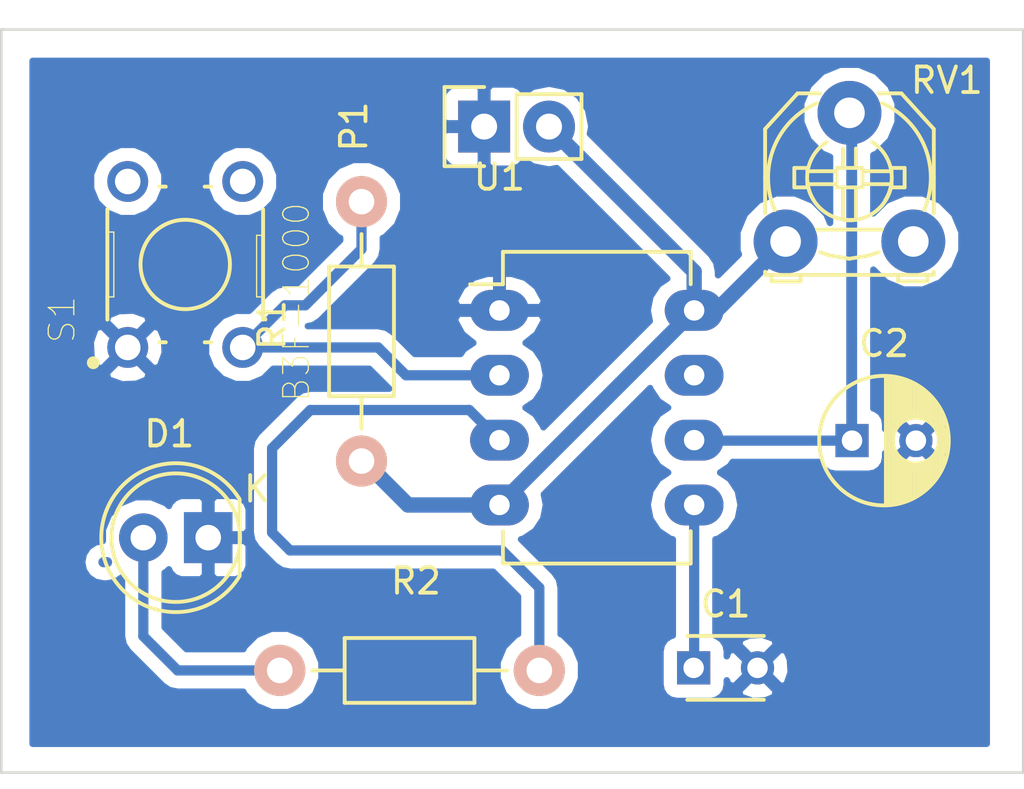
<source format=kicad_pcb>
(kicad_pcb (version 4) (host pcbnew 4.0.5+dfsg1-4)

  (general
    (links 17)
    (no_connects 1)
    (area 124.249999 78.366666 171.816667 109.585)
    (thickness 1.6)
    (drawings 5)
    (tracks 39)
    (zones 0)
    (modules 10)
    (nets 11)
  )

  (page A4)
  (layers
    (0 F.Cu signal)
    (31 B.Cu signal)
    (32 B.Adhes user)
    (33 F.Adhes user)
    (34 B.Paste user)
    (35 F.Paste user)
    (36 B.SilkS user)
    (37 F.SilkS user)
    (38 B.Mask user)
    (39 F.Mask user)
    (40 Dwgs.User user)
    (41 Cmts.User user)
    (42 Eco1.User user)
    (43 Eco2.User user)
    (44 Edge.Cuts user)
    (45 Margin user)
    (46 B.CrtYd user)
    (47 F.CrtYd user)
    (48 B.Fab user)
    (49 F.Fab user)
  )

  (setup
    (last_trace_width 0.4)
    (trace_clearance 0.2)
    (zone_clearance 0.508)
    (zone_45_only no)
    (trace_min 0.2)
    (segment_width 0.2)
    (edge_width 0.1)
    (via_size 0.6)
    (via_drill 0.4)
    (via_min_size 0.4)
    (via_min_drill 0.3)
    (uvia_size 0.3)
    (uvia_drill 0.1)
    (uvias_allowed no)
    (uvia_min_size 0.2)
    (uvia_min_drill 0.1)
    (pcb_text_width 0.3)
    (pcb_text_size 1.5 1.5)
    (mod_edge_width 0.15)
    (mod_text_size 1 1)
    (mod_text_width 0.15)
    (pad_size 1.5 1.5)
    (pad_drill 0.6)
    (pad_to_mask_clearance 0)
    (aux_axis_origin 0 0)
    (visible_elements FFFEFF7F)
    (pcbplotparams
      (layerselection 0x01030_80000001)
      (usegerberextensions false)
      (excludeedgelayer true)
      (linewidth 0.100000)
      (plotframeref false)
      (viasonmask false)
      (mode 1)
      (useauxorigin false)
      (hpglpennumber 1)
      (hpglpenspeed 20)
      (hpglpendiameter 15)
      (hpglpenoverlay 2)
      (psnegative false)
      (psa4output false)
      (plotreference true)
      (plotvalue false)
      (plotinvisibletext false)
      (padsonsilk false)
      (subtractmaskfromsilk false)
      (outputformat 1)
      (mirror false)
      (drillshape 0)
      (scaleselection 1)
      (outputdirectory gerber/))
  )

  (net 0 "")
  (net 1 "Net-(C1-Pad1)")
  (net 2 GND)
  (net 3 "Net-(C2-Pad1)")
  (net 4 "Net-(D1-Pad2)")
  (net 5 VCC)
  (net 6 "Net-(R1-Pad2)")
  (net 7 "Net-(R2-Pad2)")
  (net 8 "Net-(RV1-Pad3)")
  (net 9 "Net-(S1-Pad2)")
  (net 10 "Net-(S1-Pad4)")

  (net_class Default "This is the default net class."
    (clearance 0.2)
    (trace_width 0.4)
    (via_dia 0.6)
    (via_drill 0.4)
    (uvia_dia 0.3)
    (uvia_drill 0.1)
    (add_net "Net-(C1-Pad1)")
    (add_net "Net-(C2-Pad1)")
    (add_net "Net-(D1-Pad2)")
    (add_net "Net-(R1-Pad2)")
    (add_net "Net-(R2-Pad2)")
    (add_net "Net-(RV1-Pad3)")
    (add_net "Net-(S1-Pad2)")
    (add_net "Net-(S1-Pad4)")
  )

  (net_class power ""
    (clearance 0.2)
    (trace_width 0.6)
    (via_dia 0.6)
    (via_drill 0.4)
    (uvia_dia 0.3)
    (uvia_drill 0.1)
    (add_net GND)
    (add_net VCC)
  )

  (module Capacitors_THT:C_Disc_D3_P2.5 (layer F.Cu) (tedit 0) (tstamp 5B68A5D4)
    (at 151.4 104.6)
    (descr "Capacitor 3mm Disc, Pitch 2.5mm")
    (tags Capacitor)
    (path /5B66E082)
    (fp_text reference C1 (at 1.25 -2.5) (layer F.SilkS)
      (effects (font (size 1 1) (thickness 0.15)))
    )
    (fp_text value C (at 1.25 2.5) (layer F.Fab)
      (effects (font (size 1 1) (thickness 0.15)))
    )
    (fp_line (start -0.9 -1.5) (end 3.4 -1.5) (layer F.CrtYd) (width 0.05))
    (fp_line (start 3.4 -1.5) (end 3.4 1.5) (layer F.CrtYd) (width 0.05))
    (fp_line (start 3.4 1.5) (end -0.9 1.5) (layer F.CrtYd) (width 0.05))
    (fp_line (start -0.9 1.5) (end -0.9 -1.5) (layer F.CrtYd) (width 0.05))
    (fp_line (start -0.25 -1.25) (end 2.75 -1.25) (layer F.SilkS) (width 0.15))
    (fp_line (start 2.75 1.25) (end -0.25 1.25) (layer F.SilkS) (width 0.15))
    (pad 1 thru_hole rect (at 0 0) (size 1.3 1.3) (drill 0.8) (layers *.Cu *.Mask)
      (net 1 "Net-(C1-Pad1)"))
    (pad 2 thru_hole circle (at 2.5 0) (size 1.3 1.3) (drill 0.8001) (layers *.Cu *.Mask)
      (net 2 GND))
    (model Capacitors_ThroughHole.3dshapes/C_Disc_D3_P2.5.wrl
      (at (xyz 0.0492126 0 0))
      (scale (xyz 1 1 1))
      (rotate (xyz 0 0 0))
    )
  )

  (module Capacitors_THT:C_Radial_D5_L6_P2.5 (layer F.Cu) (tedit 0) (tstamp 5B68A5DA)
    (at 157.6 95.7)
    (descr "Radial Electrolytic Capacitor Diameter 5mm x Length 6mm, Pitch 2.5mm")
    (tags "Electrolytic Capacitor")
    (path /5B66E192)
    (fp_text reference C2 (at 1.25 -3.8) (layer F.SilkS)
      (effects (font (size 1 1) (thickness 0.15)))
    )
    (fp_text value CP (at 1.25 3.8) (layer F.Fab)
      (effects (font (size 1 1) (thickness 0.15)))
    )
    (fp_line (start 1.325 -2.499) (end 1.325 2.499) (layer F.SilkS) (width 0.15))
    (fp_line (start 1.465 -2.491) (end 1.465 2.491) (layer F.SilkS) (width 0.15))
    (fp_line (start 1.605 -2.475) (end 1.605 -0.095) (layer F.SilkS) (width 0.15))
    (fp_line (start 1.605 0.095) (end 1.605 2.475) (layer F.SilkS) (width 0.15))
    (fp_line (start 1.745 -2.451) (end 1.745 -0.49) (layer F.SilkS) (width 0.15))
    (fp_line (start 1.745 0.49) (end 1.745 2.451) (layer F.SilkS) (width 0.15))
    (fp_line (start 1.885 -2.418) (end 1.885 -0.657) (layer F.SilkS) (width 0.15))
    (fp_line (start 1.885 0.657) (end 1.885 2.418) (layer F.SilkS) (width 0.15))
    (fp_line (start 2.025 -2.377) (end 2.025 -0.764) (layer F.SilkS) (width 0.15))
    (fp_line (start 2.025 0.764) (end 2.025 2.377) (layer F.SilkS) (width 0.15))
    (fp_line (start 2.165 -2.327) (end 2.165 -0.835) (layer F.SilkS) (width 0.15))
    (fp_line (start 2.165 0.835) (end 2.165 2.327) (layer F.SilkS) (width 0.15))
    (fp_line (start 2.305 -2.266) (end 2.305 -0.879) (layer F.SilkS) (width 0.15))
    (fp_line (start 2.305 0.879) (end 2.305 2.266) (layer F.SilkS) (width 0.15))
    (fp_line (start 2.445 -2.196) (end 2.445 -0.898) (layer F.SilkS) (width 0.15))
    (fp_line (start 2.445 0.898) (end 2.445 2.196) (layer F.SilkS) (width 0.15))
    (fp_line (start 2.585 -2.114) (end 2.585 -0.896) (layer F.SilkS) (width 0.15))
    (fp_line (start 2.585 0.896) (end 2.585 2.114) (layer F.SilkS) (width 0.15))
    (fp_line (start 2.725 -2.019) (end 2.725 -0.871) (layer F.SilkS) (width 0.15))
    (fp_line (start 2.725 0.871) (end 2.725 2.019) (layer F.SilkS) (width 0.15))
    (fp_line (start 2.865 -1.908) (end 2.865 -0.823) (layer F.SilkS) (width 0.15))
    (fp_line (start 2.865 0.823) (end 2.865 1.908) (layer F.SilkS) (width 0.15))
    (fp_line (start 3.005 -1.78) (end 3.005 -0.745) (layer F.SilkS) (width 0.15))
    (fp_line (start 3.005 0.745) (end 3.005 1.78) (layer F.SilkS) (width 0.15))
    (fp_line (start 3.145 -1.631) (end 3.145 -0.628) (layer F.SilkS) (width 0.15))
    (fp_line (start 3.145 0.628) (end 3.145 1.631) (layer F.SilkS) (width 0.15))
    (fp_line (start 3.285 -1.452) (end 3.285 -0.44) (layer F.SilkS) (width 0.15))
    (fp_line (start 3.285 0.44) (end 3.285 1.452) (layer F.SilkS) (width 0.15))
    (fp_line (start 3.425 -1.233) (end 3.425 1.233) (layer F.SilkS) (width 0.15))
    (fp_line (start 3.565 -0.944) (end 3.565 0.944) (layer F.SilkS) (width 0.15))
    (fp_line (start 3.705 -0.472) (end 3.705 0.472) (layer F.SilkS) (width 0.15))
    (fp_circle (center 2.5 0) (end 2.5 -0.9) (layer F.SilkS) (width 0.15))
    (fp_circle (center 1.25 0) (end 1.25 -2.5375) (layer F.SilkS) (width 0.15))
    (fp_circle (center 1.25 0) (end 1.25 -2.8) (layer F.CrtYd) (width 0.05))
    (pad 1 thru_hole rect (at 0 0) (size 1.3 1.3) (drill 0.8) (layers *.Cu *.Mask)
      (net 3 "Net-(C2-Pad1)"))
    (pad 2 thru_hole circle (at 2.5 0) (size 1.3 1.3) (drill 0.8) (layers *.Cu *.Mask)
      (net 2 GND))
    (model Capacitors_ThroughHole.3dshapes/C_Radial_D5_L6_P2.5.wrl
      (at (xyz 0.0492126 0 0))
      (scale (xyz 1 1 1))
      (rotate (xyz 0 0 90))
    )
  )

  (module LEDs:LED-5MM (layer F.Cu) (tedit 5570F7EA) (tstamp 5B68A5E0)
    (at 132.4 99.5 180)
    (descr "LED 5mm round vertical")
    (tags "LED 5mm round vertical")
    (path /5B66E96A)
    (fp_text reference D1 (at 1.524 4.064 180) (layer F.SilkS)
      (effects (font (size 1 1) (thickness 0.15)))
    )
    (fp_text value LED (at 1.524 -3.937 180) (layer F.Fab)
      (effects (font (size 1 1) (thickness 0.15)))
    )
    (fp_line (start -1.5 -1.55) (end -1.5 1.55) (layer F.CrtYd) (width 0.05))
    (fp_arc (start 1.3 0) (end -1.5 1.55) (angle -302) (layer F.CrtYd) (width 0.05))
    (fp_arc (start 1.27 0) (end -1.23 -1.5) (angle 297.5) (layer F.SilkS) (width 0.15))
    (fp_line (start -1.23 1.5) (end -1.23 -1.5) (layer F.SilkS) (width 0.15))
    (fp_circle (center 1.27 0) (end 0.97 -2.5) (layer F.SilkS) (width 0.15))
    (fp_text user K (at -1.905 1.905 180) (layer F.SilkS)
      (effects (font (size 1 1) (thickness 0.15)))
    )
    (pad 1 thru_hole rect (at 0 0 270) (size 2 1.9) (drill 1.00076) (layers *.Cu *.Mask)
      (net 2 GND))
    (pad 2 thru_hole circle (at 2.54 0 180) (size 1.9 1.9) (drill 1.00076) (layers *.Cu *.Mask)
      (net 4 "Net-(D1-Pad2)"))
    (model LEDs.3dshapes/LED-5MM.wrl
      (at (xyz 0.05 0 0))
      (scale (xyz 1 1 1))
      (rotate (xyz 0 0 90))
    )
  )

  (module Pin_Headers:Pin_Header_Straight_1x02 (layer F.Cu) (tedit 54EA090C) (tstamp 5B68A5E6)
    (at 143.2 83.4 90)
    (descr "Through hole pin header")
    (tags "pin header")
    (path /5B689759)
    (fp_text reference P1 (at 0 -5.1 90) (layer F.SilkS)
      (effects (font (size 1 1) (thickness 0.15)))
    )
    (fp_text value CONN_01X02 (at 0 -3.1 90) (layer F.Fab)
      (effects (font (size 1 1) (thickness 0.15)))
    )
    (fp_line (start 1.27 1.27) (end 1.27 3.81) (layer F.SilkS) (width 0.15))
    (fp_line (start 1.55 -1.55) (end 1.55 0) (layer F.SilkS) (width 0.15))
    (fp_line (start -1.75 -1.75) (end -1.75 4.3) (layer F.CrtYd) (width 0.05))
    (fp_line (start 1.75 -1.75) (end 1.75 4.3) (layer F.CrtYd) (width 0.05))
    (fp_line (start -1.75 -1.75) (end 1.75 -1.75) (layer F.CrtYd) (width 0.05))
    (fp_line (start -1.75 4.3) (end 1.75 4.3) (layer F.CrtYd) (width 0.05))
    (fp_line (start 1.27 1.27) (end -1.27 1.27) (layer F.SilkS) (width 0.15))
    (fp_line (start -1.55 0) (end -1.55 -1.55) (layer F.SilkS) (width 0.15))
    (fp_line (start -1.55 -1.55) (end 1.55 -1.55) (layer F.SilkS) (width 0.15))
    (fp_line (start -1.27 1.27) (end -1.27 3.81) (layer F.SilkS) (width 0.15))
    (fp_line (start -1.27 3.81) (end 1.27 3.81) (layer F.SilkS) (width 0.15))
    (pad 1 thru_hole rect (at 0 0 90) (size 2.032 2.032) (drill 1.016) (layers *.Cu *.Mask)
      (net 2 GND))
    (pad 2 thru_hole oval (at 0 2.54 90) (size 2.032 2.032) (drill 1.016) (layers *.Cu *.Mask)
      (net 5 VCC))
    (model Pin_Headers.3dshapes/Pin_Header_Straight_1x02.wrl
      (at (xyz 0 -0.05 0))
      (scale (xyz 1 1 1))
      (rotate (xyz 0 0 90))
    )
  )

  (module Resistors_THT:Resistor_Horizontal_RM10mm (layer F.Cu) (tedit 56648415) (tstamp 5B68A5EC)
    (at 138.4 96.5 90)
    (descr "Resistor, Axial,  RM 10mm, 1/3W")
    (tags "Resistor Axial RM 10mm 1/3W")
    (path /5B66E1DE)
    (fp_text reference R1 (at 5.32892 -3.50012 90) (layer F.SilkS)
      (effects (font (size 1 1) (thickness 0.15)))
    )
    (fp_text value R (at 5.08 3.81 90) (layer F.Fab)
      (effects (font (size 1 1) (thickness 0.15)))
    )
    (fp_line (start -1.25 -1.5) (end 11.4 -1.5) (layer F.CrtYd) (width 0.05))
    (fp_line (start -1.25 1.5) (end -1.25 -1.5) (layer F.CrtYd) (width 0.05))
    (fp_line (start 11.4 -1.5) (end 11.4 1.5) (layer F.CrtYd) (width 0.05))
    (fp_line (start -1.25 1.5) (end 11.4 1.5) (layer F.CrtYd) (width 0.05))
    (fp_line (start 2.54 -1.27) (end 7.62 -1.27) (layer F.SilkS) (width 0.15))
    (fp_line (start 7.62 -1.27) (end 7.62 1.27) (layer F.SilkS) (width 0.15))
    (fp_line (start 7.62 1.27) (end 2.54 1.27) (layer F.SilkS) (width 0.15))
    (fp_line (start 2.54 1.27) (end 2.54 -1.27) (layer F.SilkS) (width 0.15))
    (fp_line (start 2.54 0) (end 1.27 0) (layer F.SilkS) (width 0.15))
    (fp_line (start 7.62 0) (end 8.89 0) (layer F.SilkS) (width 0.15))
    (pad 1 thru_hole circle (at 0 0 90) (size 1.99898 1.99898) (drill 1.00076) (layers *.Cu *.SilkS *.Mask)
      (net 5 VCC))
    (pad 2 thru_hole circle (at 10.16 0 90) (size 1.99898 1.99898) (drill 1.00076) (layers *.Cu *.SilkS *.Mask)
      (net 6 "Net-(R1-Pad2)"))
    (model Resistors_ThroughHole.3dshapes/Resistor_Horizontal_RM10mm.wrl
      (at (xyz 0.2 0 0))
      (scale (xyz 0.4 0.4 0.4))
      (rotate (xyz 0 0 0))
    )
  )

  (module Resistors_THT:Resistor_Horizontal_RM10mm (layer F.Cu) (tedit 56648415) (tstamp 5B68A5F2)
    (at 135.2 104.7)
    (descr "Resistor, Axial,  RM 10mm, 1/3W")
    (tags "Resistor Axial RM 10mm 1/3W")
    (path /5B66E25B)
    (fp_text reference R2 (at 5.32892 -3.50012) (layer F.SilkS)
      (effects (font (size 1 1) (thickness 0.15)))
    )
    (fp_text value R (at 5.08 3.81) (layer F.Fab)
      (effects (font (size 1 1) (thickness 0.15)))
    )
    (fp_line (start -1.25 -1.5) (end 11.4 -1.5) (layer F.CrtYd) (width 0.05))
    (fp_line (start -1.25 1.5) (end -1.25 -1.5) (layer F.CrtYd) (width 0.05))
    (fp_line (start 11.4 -1.5) (end 11.4 1.5) (layer F.CrtYd) (width 0.05))
    (fp_line (start -1.25 1.5) (end 11.4 1.5) (layer F.CrtYd) (width 0.05))
    (fp_line (start 2.54 -1.27) (end 7.62 -1.27) (layer F.SilkS) (width 0.15))
    (fp_line (start 7.62 -1.27) (end 7.62 1.27) (layer F.SilkS) (width 0.15))
    (fp_line (start 7.62 1.27) (end 2.54 1.27) (layer F.SilkS) (width 0.15))
    (fp_line (start 2.54 1.27) (end 2.54 -1.27) (layer F.SilkS) (width 0.15))
    (fp_line (start 2.54 0) (end 1.27 0) (layer F.SilkS) (width 0.15))
    (fp_line (start 7.62 0) (end 8.89 0) (layer F.SilkS) (width 0.15))
    (pad 1 thru_hole circle (at 0 0) (size 1.99898 1.99898) (drill 1.00076) (layers *.Cu *.SilkS *.Mask)
      (net 4 "Net-(D1-Pad2)"))
    (pad 2 thru_hole circle (at 10.16 0) (size 1.99898 1.99898) (drill 1.00076) (layers *.Cu *.SilkS *.Mask)
      (net 7 "Net-(R2-Pad2)"))
    (model Resistors_ThroughHole.3dshapes/Resistor_Horizontal_RM10mm.wrl
      (at (xyz 0.2 0 0))
      (scale (xyz 0.4 0.4 0.4))
      (rotate (xyz 0 0 0))
    )
  )

  (module Potentiometers:Potentiometer_Triwood_RM-065 (layer F.Cu) (tedit 53FABC1B) (tstamp 5B68A5F9)
    (at 155 87.9)
    (descr "Potentiometer, Trimmer, RM-065")
    (tags "Potentiometer, Trimmer, RM-065")
    (path /5B66E287)
    (fp_text reference RV1 (at 6.30936 -6.30936) (layer F.SilkS)
      (effects (font (size 1 1) (thickness 0.15)))
    )
    (fp_text value POT (at 2.49936 2.58064) (layer F.Fab)
      (effects (font (size 1 1) (thickness 0.15)))
    )
    (fp_line (start 2.24536 -2.88036) (end 2.24536 -3.64236) (layer F.SilkS) (width 0.15))
    (fp_line (start 2.75336 -2.88036) (end 2.75336 -3.64236) (layer F.SilkS) (width 0.15))
    (fp_arc (start 2.49936 -2.49936) (end 4.15036 -2.24536) (angle 90) (layer F.SilkS) (width 0.15))
    (fp_arc (start 2.49936 -2.49936) (end 2.62636 -0.84836) (angle 90) (layer F.SilkS) (width 0.15))
    (fp_arc (start 2.49936 -2.49936) (end 3.38836 -3.89636) (angle 90) (layer F.SilkS) (width 0.15))
    (fp_arc (start 2.49936 -2.49936) (end 1.10236 -1.61036) (angle 90) (layer F.SilkS) (width 0.15))
    (fp_line (start -0.80264 1.31064) (end -0.80264 1.18364) (layer F.SilkS) (width 0.15))
    (fp_line (start -0.80264 -2.49936) (end -0.80264 -1.10236) (layer F.SilkS) (width 0.15))
    (fp_line (start 5.80136 1.31064) (end 5.80136 1.18364) (layer F.SilkS) (width 0.15))
    (fp_line (start 5.80136 -2.49936) (end 5.80136 -1.10236) (layer F.SilkS) (width 0.15))
    (fp_line (start 1.35636 0.42164) (end 1.73736 0.54864) (layer F.SilkS) (width 0.15))
    (fp_line (start 1.73736 0.54864) (end 2.49936 0.67564) (layer F.SilkS) (width 0.15))
    (fp_line (start 2.49936 0.67564) (end 3.26136 0.54864) (layer F.SilkS) (width 0.15))
    (fp_line (start 3.26136 0.54864) (end 3.64236 0.42164) (layer F.SilkS) (width 0.15))
    (fp_line (start 1.22936 -0.46736) (end 3.76936 -0.46736) (layer F.SilkS) (width 0.15))
    (fp_arc (start 2.49936 -2.49936) (end 3.76936 -5.42036) (angle 90) (layer F.SilkS) (width 0.15))
    (fp_arc (start 2.49936 -2.49936) (end -0.42164 -1.22936) (angle 90) (layer F.SilkS) (width 0.15))
    (fp_line (start 4.53136 -5.80136) (end 3.64236 -5.80136) (layer F.SilkS) (width 0.15))
    (fp_line (start 1.35636 -5.80136) (end 0.46736 -5.80136) (layer F.SilkS) (width 0.15))
    (fp_line (start 4.15036 -2.88036) (end 4.65836 -2.88036) (layer F.SilkS) (width 0.15))
    (fp_line (start 4.65836 -2.88036) (end 4.65836 -2.11836) (layer F.SilkS) (width 0.15))
    (fp_line (start 4.65836 -2.11836) (end 4.15036 -2.11836) (layer F.SilkS) (width 0.15))
    (fp_line (start 0.84836 -2.88036) (end 0.34036 -2.88036) (layer F.SilkS) (width 0.15))
    (fp_line (start 0.34036 -2.88036) (end 0.34036 -2.11836) (layer F.SilkS) (width 0.15))
    (fp_line (start 0.34036 -2.11836) (end 0.84836 -2.11836) (layer F.SilkS) (width 0.15))
    (fp_line (start 3.00736 -2.24536) (end 4.15036 -2.24536) (layer F.SilkS) (width 0.15))
    (fp_line (start 3.00736 -2.75336) (end 4.15036 -2.75336) (layer F.SilkS) (width 0.15))
    (fp_line (start 1.99136 -2.24536) (end 0.84836 -2.24536) (layer F.SilkS) (width 0.15))
    (fp_line (start 1.99136 -2.75336) (end 0.84836 -2.75336) (layer F.SilkS) (width 0.15))
    (fp_line (start 2.75336 -2.11836) (end 2.75336 -0.84836) (layer F.SilkS) (width 0.15))
    (fp_line (start 2.24536 -2.11836) (end 2.24536 -0.84836) (layer F.SilkS) (width 0.15))
    (fp_line (start 1.99136 -2.88036) (end 1.99136 -2.11836) (layer F.SilkS) (width 0.15))
    (fp_line (start 1.99136 -2.11836) (end 3.00736 -2.11836) (layer F.SilkS) (width 0.15))
    (fp_line (start 3.00736 -2.11836) (end 3.00736 -2.88036) (layer F.SilkS) (width 0.15))
    (fp_line (start 3.00736 -2.88036) (end 1.99136 -2.88036) (layer F.SilkS) (width 0.15))
    (fp_line (start 0.46736 -5.80136) (end -0.80264 -4.40436) (layer F.SilkS) (width 0.15))
    (fp_line (start -0.80264 -4.40436) (end -0.80264 -2.49936) (layer F.SilkS) (width 0.15))
    (fp_line (start 4.53136 -5.80136) (end 5.80136 -4.40436) (layer F.SilkS) (width 0.15))
    (fp_line (start 5.80136 -4.40436) (end 5.80136 -2.49936) (layer F.SilkS) (width 0.15))
    (fp_line (start 5.54736 1.31064) (end 5.54736 1.56464) (layer F.SilkS) (width 0.15))
    (fp_line (start 5.54736 1.56464) (end 4.40436 1.56464) (layer F.SilkS) (width 0.15))
    (fp_line (start 4.40436 1.56464) (end 4.40436 1.31064) (layer F.SilkS) (width 0.15))
    (fp_line (start -0.54864 1.31064) (end -0.54864 1.56464) (layer F.SilkS) (width 0.15))
    (fp_line (start -0.54864 1.56464) (end 0.59436 1.56464) (layer F.SilkS) (width 0.15))
    (fp_line (start 0.59436 1.56464) (end 0.59436 1.31064) (layer F.SilkS) (width 0.15))
    (fp_line (start -0.80264 1.31064) (end 5.80136 1.31064) (layer F.SilkS) (width 0.15))
    (pad 2 thru_hole circle (at 2.49936 -5.03936) (size 2.49936 2.49936) (drill 1.19888) (layers *.Cu *.Mask)
      (net 3 "Net-(C2-Pad1)"))
    (pad 3 thru_hole circle (at 4.99872 0) (size 2.49936 2.49936) (drill 1.19888) (layers *.Cu *.Mask)
      (net 8 "Net-(RV1-Pad3)"))
    (pad 1 thru_hole circle (at 0 0) (size 2.49936 2.49936) (drill 1.19888) (layers *.Cu *.Mask)
      (net 5 VCC))
    (model Potentiometers.3dshapes/Potentiometer_Triwood_RM-065.wrl
      (at (xyz 0 0 0))
      (scale (xyz 4 4 4))
      (rotate (xyz 0 0 0))
    )
  )

  (module B3F-1000:SW_B3F-1000 (layer F.Cu) (tedit 0) (tstamp 5B68A601)
    (at 131.5 88.8 90)
    (path /5B66F6A9)
    (fp_text reference S1 (at -2.16009 -4.82266 90) (layer F.SilkS)
      (effects (font (size 1.00097 1.00097) (thickness 0.05)))
    )
    (fp_text value B3F-1000 (at -1.47647 4.35522 90) (layer F.SilkS)
      (effects (font (size 1.00235 1.00235) (thickness 0.05)))
    )
    (fp_line (start 3.048 -1.016) (end 3.048 -2.54) (layer Dwgs.User) (width 0.1524))
    (fp_line (start 3.048 -2.54) (end 2.54 -3.048) (layer Dwgs.User) (width 0.1524))
    (fp_line (start 2.54 3.048) (end 3.048 2.54) (layer Dwgs.User) (width 0.1524))
    (fp_line (start 3.048 2.54) (end 3.048 1.016) (layer Dwgs.User) (width 0.1524))
    (fp_line (start -2.54 -3.048) (end -3.048 -2.54) (layer Dwgs.User) (width 0.1524))
    (fp_line (start -3.048 -2.54) (end -3.048 -1.016) (layer Dwgs.User) (width 0.1524))
    (fp_line (start -2.54 3.048) (end -3.048 2.54) (layer Dwgs.User) (width 0.1524))
    (fp_line (start -3.048 2.54) (end -3.048 1.016) (layer Dwgs.User) (width 0.1524))
    (fp_line (start -1.27 -3.048) (end -1.27 -2.794) (layer F.SilkS) (width 0.0508))
    (fp_line (start 1.27 -2.794) (end -1.27 -2.794) (layer F.SilkS) (width 0.0508))
    (fp_line (start 1.27 -2.794) (end 1.27 -3.048) (layer F.SilkS) (width 0.0508))
    (fp_line (start 1.143 2.794) (end -1.27 2.794) (layer F.SilkS) (width 0.0508))
    (fp_line (start 1.143 2.794) (end 1.143 3.048) (layer F.SilkS) (width 0.0508))
    (fp_line (start -1.27 2.794) (end -1.27 3.048) (layer F.SilkS) (width 0.0508))
    (fp_line (start 2.54 3.048) (end 2.159 3.048) (layer Dwgs.User) (width 0.1524))
    (fp_line (start -2.54 3.048) (end -2.159 3.048) (layer Dwgs.User) (width 0.1524))
    (fp_line (start -2.159 3.048) (end -1.27 3.048) (layer F.SilkS) (width 0.1524))
    (fp_line (start -2.54 -3.048) (end -2.159 -3.048) (layer Dwgs.User) (width 0.1524))
    (fp_line (start 2.54 -3.048) (end 2.159 -3.048) (layer Dwgs.User) (width 0.1524))
    (fp_line (start 2.159 -3.048) (end 1.27 -3.048) (layer F.SilkS) (width 0.1524))
    (fp_line (start 1.27 -3.048) (end -1.27 -3.048) (layer F.SilkS) (width 0.1524))
    (fp_line (start -1.27 -3.048) (end -2.159 -3.048) (layer F.SilkS) (width 0.1524))
    (fp_line (start -1.27 3.048) (end 1.143 3.048) (layer F.SilkS) (width 0.1524))
    (fp_line (start 1.143 3.048) (end 2.159 3.048) (layer F.SilkS) (width 0.1524))
    (fp_line (start 3.048 0.762) (end 3.048 1.016) (layer F.SilkS) (width 0.1524))
    (fp_line (start 3.048 -0.762) (end 3.048 -1.016) (layer F.SilkS) (width 0.1524))
    (fp_line (start -3.048 0.762) (end -3.048 1.016) (layer F.SilkS) (width 0.1524))
    (fp_line (start -3.048 -0.762) (end -3.048 -1.016) (layer F.SilkS) (width 0.1524))
    (fp_circle (center 0 0) (end 1.75 0) (layer F.SilkS) (width 0.1524))
    (fp_circle (center -2.159 2.159) (end -1.651 2.159) (layer Dwgs.User) (width 0.1524))
    (fp_circle (center 2.159 2.032) (end 2.667 2.032) (layer Dwgs.User) (width 0.1524))
    (fp_circle (center 2.159 -2.159) (end 2.667 -2.159) (layer Dwgs.User) (width 0.1524))
    (fp_circle (center -2.159 -2.159) (end -1.651 -2.159) (layer Dwgs.User) (width 0.1524))
    (fp_circle (center -3.85 -3.6) (end -3.6 -3.6) (layer F.SilkS) (width 0))
    (fp_line (start -4.5 -4) (end 4.5 -4) (layer Eco1.User) (width 0.127))
    (fp_line (start 4.5 -4) (end 4.5 3.5) (layer Eco1.User) (width 0.127))
    (fp_line (start 4.5 3.5) (end -4.5 3.5) (layer Eco1.User) (width 0.127))
    (fp_line (start -4.5 3.5) (end -4.5 -4) (layer Eco1.User) (width 0.127))
    (pad 1 thru_hole circle (at -3.25 -2.25 90) (size 1.6 1.6) (drill 1) (layers *.Cu *.Mask)
      (net 2 GND))
    (pad 3 thru_hole circle (at -3.25 2.25 90) (size 1.6 1.6) (drill 1) (layers *.Cu *.Mask)
      (net 6 "Net-(R1-Pad2)"))
    (pad 2 thru_hole circle (at 3.25 -2.25 90) (size 1.6 1.6) (drill 1) (layers *.Cu *.Mask)
      (net 9 "Net-(S1-Pad2)"))
    (pad 4 thru_hole circle (at 3.25 2.25 90) (size 1.6 1.6) (drill 1) (layers *.Cu *.Mask)
      (net 10 "Net-(S1-Pad4)"))
  )

  (module Housings_DIP:DIP-8_W7.62mm_LongPads (layer F.Cu) (tedit 54130A77) (tstamp 5B68A60D)
    (at 143.8 90.6)
    (descr "8-lead dip package, row spacing 7.62 mm (300 mils), longer pads")
    (tags "dil dip 2.54 300")
    (path /5B66E572)
    (fp_text reference U1 (at 0 -5.22) (layer F.SilkS)
      (effects (font (size 1 1) (thickness 0.15)))
    )
    (fp_text value NE555 (at 0 -3.72) (layer F.Fab)
      (effects (font (size 1 1) (thickness 0.15)))
    )
    (fp_line (start -1.4 -2.45) (end -1.4 10.1) (layer F.CrtYd) (width 0.05))
    (fp_line (start 9 -2.45) (end 9 10.1) (layer F.CrtYd) (width 0.05))
    (fp_line (start -1.4 -2.45) (end 9 -2.45) (layer F.CrtYd) (width 0.05))
    (fp_line (start -1.4 10.1) (end 9 10.1) (layer F.CrtYd) (width 0.05))
    (fp_line (start 0.135 -2.295) (end 0.135 -1.025) (layer F.SilkS) (width 0.15))
    (fp_line (start 7.485 -2.295) (end 7.485 -1.025) (layer F.SilkS) (width 0.15))
    (fp_line (start 7.485 9.915) (end 7.485 8.645) (layer F.SilkS) (width 0.15))
    (fp_line (start 0.135 9.915) (end 0.135 8.645) (layer F.SilkS) (width 0.15))
    (fp_line (start 0.135 -2.295) (end 7.485 -2.295) (layer F.SilkS) (width 0.15))
    (fp_line (start 0.135 9.915) (end 7.485 9.915) (layer F.SilkS) (width 0.15))
    (fp_line (start 0.135 -1.025) (end -1.15 -1.025) (layer F.SilkS) (width 0.15))
    (pad 1 thru_hole oval (at 0 0) (size 2.3 1.6) (drill 0.8) (layers *.Cu *.Mask)
      (net 2 GND))
    (pad 2 thru_hole oval (at 0 2.54) (size 2.3 1.6) (drill 0.8) (layers *.Cu *.Mask)
      (net 6 "Net-(R1-Pad2)"))
    (pad 3 thru_hole oval (at 0 5.08) (size 2.3 1.6) (drill 0.8) (layers *.Cu *.Mask)
      (net 7 "Net-(R2-Pad2)"))
    (pad 4 thru_hole oval (at 0 7.62) (size 2.3 1.6) (drill 0.8) (layers *.Cu *.Mask)
      (net 5 VCC))
    (pad 5 thru_hole oval (at 7.62 7.62) (size 2.3 1.6) (drill 0.8) (layers *.Cu *.Mask)
      (net 1 "Net-(C1-Pad1)"))
    (pad 6 thru_hole oval (at 7.62 5.08) (size 2.3 1.6) (drill 0.8) (layers *.Cu *.Mask)
      (net 3 "Net-(C2-Pad1)"))
    (pad 7 thru_hole oval (at 7.62 2.54) (size 2.3 1.6) (drill 0.8) (layers *.Cu *.Mask)
      (net 3 "Net-(C2-Pad1)"))
    (pad 8 thru_hole oval (at 7.62 0) (size 2.3 1.6) (drill 0.8) (layers *.Cu *.Mask)
      (net 5 VCC))
    (model Housings_DIP.3dshapes/DIP-8_W7.62mm_LongPads.wrl
      (at (xyz 0 0 0))
      (scale (xyz 1 1 1))
      (rotate (xyz 0 0 0))
    )
  )

  (module Symbols:OSHW-Symbol_6.7x6mm_Copper (layer F.Cu) (tedit 0) (tstamp 5B68AC66)
    (at 158.7 102)
    (descr "Open Source Hardware Symbol")
    (tags "Logo Symbol OSHW")
    (attr virtual)
    (fp_text reference REF*** (at 0 0) (layer F.SilkS) hide
      (effects (font (size 1 1) (thickness 0.15)))
    )
    (fp_text value OSHW-Symbol_6.7x6mm_Copper (at 0.75 0) (layer F.Fab) hide
      (effects (font (size 1 1) (thickness 0.15)))
    )
    (fp_poly (pts (xy 0.555814 -2.531069) (xy 0.639635 -2.086445) (xy 0.94892 -1.958947) (xy 1.258206 -1.831449)
      (xy 1.629246 -2.083754) (xy 1.733157 -2.154004) (xy 1.827087 -2.216728) (xy 1.906652 -2.269062)
      (xy 1.96747 -2.308143) (xy 2.005157 -2.331107) (xy 2.015421 -2.336058) (xy 2.03391 -2.323324)
      (xy 2.07342 -2.288118) (xy 2.129522 -2.234938) (xy 2.197787 -2.168282) (xy 2.273786 -2.092646)
      (xy 2.353092 -2.012528) (xy 2.431275 -1.932426) (xy 2.503907 -1.856836) (xy 2.566559 -1.790255)
      (xy 2.614803 -1.737182) (xy 2.64421 -1.702113) (xy 2.651241 -1.690377) (xy 2.641123 -1.66874)
      (xy 2.612759 -1.621338) (xy 2.569129 -1.552807) (xy 2.513218 -1.467785) (xy 2.448006 -1.370907)
      (xy 2.410219 -1.31565) (xy 2.341343 -1.214752) (xy 2.28014 -1.123701) (xy 2.229578 -1.04703)
      (xy 2.192628 -0.989272) (xy 2.172258 -0.954957) (xy 2.169197 -0.947746) (xy 2.176136 -0.927252)
      (xy 2.195051 -0.879487) (xy 2.223087 -0.811168) (xy 2.257391 -0.729011) (xy 2.295109 -0.63973)
      (xy 2.333387 -0.550042) (xy 2.36937 -0.466662) (xy 2.400206 -0.396306) (xy 2.423039 -0.34569)
      (xy 2.435017 -0.321529) (xy 2.435724 -0.320578) (xy 2.454531 -0.315964) (xy 2.504618 -0.305672)
      (xy 2.580793 -0.290713) (xy 2.677865 -0.272099) (xy 2.790643 -0.250841) (xy 2.856442 -0.238582)
      (xy 2.97695 -0.215638) (xy 3.085797 -0.193805) (xy 3.177476 -0.174278) (xy 3.246481 -0.158252)
      (xy 3.287304 -0.146921) (xy 3.295511 -0.143326) (xy 3.303548 -0.118994) (xy 3.310033 -0.064041)
      (xy 3.31497 0.015108) (xy 3.318364 0.112026) (xy 3.320218 0.220287) (xy 3.320538 0.333465)
      (xy 3.319327 0.445135) (xy 3.31659 0.548868) (xy 3.312331 0.638241) (xy 3.306555 0.706826)
      (xy 3.299267 0.748197) (xy 3.294895 0.75681) (xy 3.268764 0.767133) (xy 3.213393 0.781892)
      (xy 3.136107 0.799352) (xy 3.04423 0.81778) (xy 3.012158 0.823741) (xy 2.857524 0.852066)
      (xy 2.735375 0.874876) (xy 2.641673 0.89308) (xy 2.572384 0.907583) (xy 2.523471 0.919292)
      (xy 2.490897 0.929115) (xy 2.470628 0.937956) (xy 2.458626 0.946724) (xy 2.456947 0.948457)
      (xy 2.440184 0.976371) (xy 2.414614 1.030695) (xy 2.382788 1.104777) (xy 2.34726 1.191965)
      (xy 2.310583 1.285608) (xy 2.275311 1.379052) (xy 2.243996 1.465647) (xy 2.219193 1.53874)
      (xy 2.203454 1.591678) (xy 2.199332 1.617811) (xy 2.199676 1.618726) (xy 2.213641 1.640086)
      (xy 2.245322 1.687084) (xy 2.291391 1.754827) (xy 2.348518 1.838423) (xy 2.413373 1.932982)
      (xy 2.431843 1.959854) (xy 2.497699 2.057275) (xy 2.55565 2.146163) (xy 2.602538 2.221412)
      (xy 2.635207 2.27792) (xy 2.6505 2.310581) (xy 2.651241 2.314593) (xy 2.638392 2.335684)
      (xy 2.602888 2.377464) (xy 2.549293 2.435445) (xy 2.482171 2.505135) (xy 2.406087 2.582045)
      (xy 2.325604 2.661683) (xy 2.245287 2.739561) (xy 2.169699 2.811186) (xy 2.103405 2.87207)
      (xy 2.050969 2.917721) (xy 2.016955 2.94365) (xy 2.007545 2.947883) (xy 1.985643 2.937912)
      (xy 1.9408 2.91102) (xy 1.880321 2.871736) (xy 1.833789 2.840117) (xy 1.749475 2.782098)
      (xy 1.649626 2.713784) (xy 1.549473 2.645579) (xy 1.495627 2.609075) (xy 1.313371 2.4858)
      (xy 1.160381 2.56852) (xy 1.090682 2.604759) (xy 1.031414 2.632926) (xy 0.991311 2.648991)
      (xy 0.981103 2.651226) (xy 0.968829 2.634722) (xy 0.944613 2.588082) (xy 0.910263 2.515609)
      (xy 0.867588 2.421606) (xy 0.818394 2.310374) (xy 0.76449 2.186215) (xy 0.707684 2.053432)
      (xy 0.649782 1.916327) (xy 0.592593 1.779202) (xy 0.537924 1.646358) (xy 0.487584 1.522098)
      (xy 0.44338 1.410725) (xy 0.407119 1.316539) (xy 0.380609 1.243844) (xy 0.365658 1.196941)
      (xy 0.363254 1.180833) (xy 0.382311 1.160286) (xy 0.424036 1.126933) (xy 0.479706 1.087702)
      (xy 0.484378 1.084599) (xy 0.628264 0.969423) (xy 0.744283 0.835053) (xy 0.83143 0.685784)
      (xy 0.888699 0.525913) (xy 0.915086 0.359737) (xy 0.909585 0.191552) (xy 0.87119 0.025655)
      (xy 0.798895 -0.133658) (xy 0.777626 -0.168513) (xy 0.666996 -0.309263) (xy 0.536302 -0.422286)
      (xy 0.390064 -0.506997) (xy 0.232808 -0.562806) (xy 0.069057 -0.589126) (xy -0.096667 -0.58537)
      (xy -0.259838 -0.55095) (xy -0.415935 -0.485277) (xy -0.560433 -0.387765) (xy -0.605131 -0.348187)
      (xy -0.718888 -0.224297) (xy -0.801782 -0.093876) (xy -0.858644 0.052315) (xy -0.890313 0.197088)
      (xy -0.898131 0.35986) (xy -0.872062 0.52344) (xy -0.814755 0.682298) (xy -0.728856 0.830906)
      (xy -0.617014 0.963735) (xy -0.481877 1.075256) (xy -0.464117 1.087011) (xy -0.40785 1.125508)
      (xy -0.365077 1.158863) (xy -0.344628 1.18016) (xy -0.344331 1.180833) (xy -0.348721 1.203871)
      (xy -0.366124 1.256157) (xy -0.394732 1.33339) (xy -0.432735 1.431268) (xy -0.478326 1.545491)
      (xy -0.529697 1.671758) (xy -0.585038 1.805767) (xy -0.642542 1.943218) (xy -0.700399 2.079808)
      (xy -0.756802 2.211237) (xy -0.809942 2.333205) (xy -0.85801 2.441409) (xy -0.899199 2.531549)
      (xy -0.931699 2.599323) (xy -0.953703 2.64043) (xy -0.962564 2.651226) (xy -0.98964 2.642819)
      (xy -1.040303 2.620272) (xy -1.105817 2.587613) (xy -1.141841 2.56852) (xy -1.294832 2.4858)
      (xy -1.477088 2.609075) (xy -1.570125 2.672228) (xy -1.671985 2.741727) (xy -1.767438 2.807165)
      (xy -1.81525 2.840117) (xy -1.882495 2.885273) (xy -1.939436 2.921057) (xy -1.978646 2.942938)
      (xy -1.991381 2.947563) (xy -2.009917 2.935085) (xy -2.050941 2.900252) (xy -2.110475 2.846678)
      (xy -2.184542 2.777983) (xy -2.269165 2.697781) (xy -2.322685 2.646286) (xy -2.416319 2.554286)
      (xy -2.497241 2.471999) (xy -2.562177 2.402945) (xy -2.607858 2.350644) (xy -2.631011 2.318616)
      (xy -2.633232 2.312116) (xy -2.622924 2.287394) (xy -2.594439 2.237405) (xy -2.550937 2.167212)
      (xy -2.495577 2.081875) (xy -2.43152 1.986456) (xy -2.413303 1.959854) (xy -2.346927 1.863167)
      (xy -2.287378 1.776117) (xy -2.237984 1.703595) (xy -2.202075 1.650493) (xy -2.182981 1.621703)
      (xy -2.181136 1.618726) (xy -2.183895 1.595782) (xy -2.198538 1.545336) (xy -2.222513 1.474041)
      (xy -2.253266 1.388547) (xy -2.288244 1.295507) (xy -2.324893 1.201574) (xy -2.360661 1.113399)
      (xy -2.392994 1.037634) (xy -2.419338 0.980931) (xy -2.437142 0.949943) (xy -2.438407 0.948457)
      (xy -2.449294 0.939601) (xy -2.467682 0.930843) (xy -2.497606 0.921277) (xy -2.543103 0.909996)
      (xy -2.608209 0.896093) (xy -2.696961 0.878663) (xy -2.813393 0.856798) (xy -2.961542 0.829591)
      (xy -2.993618 0.823741) (xy -3.088686 0.805374) (xy -3.171565 0.787405) (xy -3.23493 0.771569)
      (xy -3.271458 0.7596) (xy -3.276356 0.75681) (xy -3.284427 0.732072) (xy -3.290987 0.67679)
      (xy -3.296033 0.597389) (xy -3.299559 0.500296) (xy -3.301561 0.391938) (xy -3.302036 0.27874)
      (xy -3.300977 0.167128) (xy -3.298382 0.063529) (xy -3.294246 -0.025632) (xy -3.288563 -0.093928)
      (xy -3.281331 -0.134934) (xy -3.276971 -0.143326) (xy -3.252698 -0.151792) (xy -3.197426 -0.165565)
      (xy -3.116662 -0.18345) (xy -3.015912 -0.204252) (xy -2.900683 -0.226777) (xy -2.837902 -0.238582)
      (xy -2.718787 -0.260849) (xy -2.612565 -0.281021) (xy -2.524427 -0.298085) (xy -2.459566 -0.311031)
      (xy -2.423174 -0.318845) (xy -2.417184 -0.320578) (xy -2.407061 -0.34011) (xy -2.385662 -0.387157)
      (xy -2.355839 -0.454997) (xy -2.320445 -0.536909) (xy -2.282332 -0.626172) (xy -2.244353 -0.716065)
      (xy -2.20936 -0.799865) (xy -2.180206 -0.870853) (xy -2.159743 -0.922306) (xy -2.150823 -0.947503)
      (xy -2.150657 -0.948604) (xy -2.160769 -0.968481) (xy -2.189117 -1.014223) (xy -2.232723 -1.081283)
      (xy -2.288606 -1.165116) (xy -2.353787 -1.261174) (xy -2.391679 -1.31635) (xy -2.460725 -1.417519)
      (xy -2.52205 -1.50937) (xy -2.572663 -1.587256) (xy -2.609571 -1.646531) (xy -2.629782 -1.682549)
      (xy -2.632701 -1.690623) (xy -2.620153 -1.709416) (xy -2.585463 -1.749543) (xy -2.533063 -1.806507)
      (xy -2.467384 -1.875815) (xy -2.392856 -1.952969) (xy -2.313913 -2.033475) (xy -2.234983 -2.112837)
      (xy -2.1605 -2.18656) (xy -2.094894 -2.250148) (xy -2.042596 -2.299106) (xy -2.008039 -2.328939)
      (xy -1.996478 -2.336058) (xy -1.977654 -2.326047) (xy -1.932631 -2.297922) (xy -1.865787 -2.254546)
      (xy -1.781499 -2.198782) (xy -1.684144 -2.133494) (xy -1.610707 -2.083754) (xy -1.239667 -1.831449)
      (xy -0.621095 -2.086445) (xy -0.537275 -2.531069) (xy -0.453454 -2.975693) (xy 0.471994 -2.975693)
      (xy 0.555814 -2.531069)) (layer F.Cu) (width 0.01))
  )

  (gr_line (start 124.3 79.6) (end 124.4 79.6) (angle 90) (layer Edge.Cuts) (width 0.1))
  (gr_line (start 124.3 108.7) (end 124.3 79.6) (angle 90) (layer Edge.Cuts) (width 0.1))
  (gr_line (start 164.3 108.7) (end 124.3 108.7) (angle 90) (layer Edge.Cuts) (width 0.1))
  (gr_line (start 164.3 79.6) (end 164.3 108.7) (angle 90) (layer Edge.Cuts) (width 0.1))
  (gr_line (start 124.3 79.6) (end 164.3 79.6) (angle 90) (layer Edge.Cuts) (width 0.1))

  (segment (start 128.3 100.46) (end 128.44 100.46) (width 0.4) (layer B.Cu) (net 0))
  (segment (start 151.42 98.22) (end 151.42 104.58) (width 0.4) (layer B.Cu) (net 1))
  (segment (start 151.42 104.58) (end 151.4 104.6) (width 0.4) (layer B.Cu) (net 1) (tstamp 5B68A8F7))
  (segment (start 151.42 104.58) (end 151.4 104.6) (width 0.25) (layer B.Cu) (net 1) (tstamp 5B68A72F))
  (segment (start 157.6 95.7) (end 157.6 82.96128) (width 0.4) (layer B.Cu) (net 3))
  (segment (start 157.6 82.96128) (end 157.49936 82.86064) (width 0.4) (layer B.Cu) (net 3) (tstamp 5B68A8F4))
  (segment (start 157.6 95.7) (end 151.44 95.7) (width 0.4) (layer B.Cu) (net 3))
  (segment (start 151.44 95.7) (end 151.42 95.68) (width 0.4) (layer B.Cu) (net 3) (tstamp 5B68A8F1))
  (segment (start 157.49936 82.86064) (end 157.49936 95.59936) (width 0.25) (layer B.Cu) (net 3))
  (segment (start 157.49936 95.59936) (end 157.6 95.7) (width 0.25) (layer B.Cu) (net 3) (tstamp 5B68A70E))
  (segment (start 151.44 95.7) (end 151.42 95.68) (width 0.25) (layer B.Cu) (net 3) (tstamp 5B68A70B))
  (segment (start 129.86 99.5) (end 129.86 103.36) (width 0.4) (layer B.Cu) (net 4))
  (segment (start 131.2 104.7) (end 135.2 104.7) (width 0.4) (layer B.Cu) (net 4) (tstamp 5B68AB56))
  (segment (start 129.86 103.36) (end 131.2 104.7) (width 0.4) (layer B.Cu) (net 4) (tstamp 5B68AB53))
  (segment (start 138.4 96.5) (end 138.5 96.5) (width 0.6) (layer B.Cu) (net 5))
  (segment (start 138.5 96.5) (end 140.22 98.22) (width 0.6) (layer B.Cu) (net 5) (tstamp 5B68AB29))
  (segment (start 140.22 98.22) (end 143.8 98.22) (width 0.6) (layer B.Cu) (net 5) (tstamp 5B68AB2A))
  (segment (start 143.8 98.22) (end 151.42 90.6) (width 0.6) (layer B.Cu) (net 5))
  (segment (start 151.42 90.6) (end 152.3 90.6) (width 0.6) (layer B.Cu) (net 5))
  (segment (start 152.3 90.6) (end 155 87.9) (width 0.6) (layer B.Cu) (net 5) (tstamp 5B68A86A))
  (segment (start 151.42 90.6) (end 151.42 89.08) (width 0.6) (layer B.Cu) (net 5))
  (segment (start 151.42 89.08) (end 145.74 83.4) (width 0.6) (layer B.Cu) (net 5) (tstamp 5B68A866))
  (segment (start 155 87.9) (end 154.12 87.9) (width 0.25) (layer B.Cu) (net 5))
  (segment (start 138.4 86.34) (end 138.4 88.2) (width 0.4) (layer B.Cu) (net 6))
  (segment (start 135.4 90.4) (end 133.75 92.05) (width 0.4) (layer B.Cu) (net 6) (tstamp 5B68AB4C))
  (segment (start 136.2 90.4) (end 135.4 90.4) (width 0.4) (layer B.Cu) (net 6) (tstamp 5B68AB4A))
  (segment (start 138.4 88.2) (end 136.2 90.4) (width 0.4) (layer B.Cu) (net 6) (tstamp 5B68AB42))
  (segment (start 133.75 92.05) (end 139.05 92.05) (width 0.4) (layer B.Cu) (net 6))
  (segment (start 140.14 93.14) (end 143.8 93.14) (width 0.4) (layer B.Cu) (net 6) (tstamp 5B68AB31))
  (segment (start 139.05 92.05) (end 140.14 93.14) (width 0.4) (layer B.Cu) (net 6) (tstamp 5B68AB2E))
  (segment (start 143.8 93.14) (end 143.5 93.14) (width 0.4) (layer B.Cu) (net 6))
  (segment (start 145.36 104.7) (end 145.36 101.46) (width 0.4) (layer B.Cu) (net 7))
  (segment (start 142.62 94.5) (end 143.8 95.68) (width 0.4) (layer B.Cu) (net 7) (tstamp 5B68AB66))
  (segment (start 136.4 94.5) (end 142.62 94.5) (width 0.4) (layer B.Cu) (net 7) (tstamp 5B68AB62))
  (segment (start 134.9 96) (end 136.4 94.5) (width 0.4) (layer B.Cu) (net 7) (tstamp 5B68AB61))
  (segment (start 134.9 99.3) (end 134.9 96) (width 0.4) (layer B.Cu) (net 7) (tstamp 5B68AB5F))
  (segment (start 135.6 100) (end 134.9 99.3) (width 0.4) (layer B.Cu) (net 7) (tstamp 5B68AB5E))
  (segment (start 143.9 100) (end 135.6 100) (width 0.4) (layer B.Cu) (net 7) (tstamp 5B68AB5A))
  (segment (start 145.36 101.46) (end 143.9 100) (width 0.4) (layer B.Cu) (net 7) (tstamp 5B68AB59))

  (zone (net 2) (net_name GND) (layer B.Cu) (tstamp 5B68A6BC) (hatch edge 0.508)
    (connect_pads (clearance 0.508))
    (min_thickness 0.254)
    (fill yes (arc_segments 16) (thermal_gap 0.508) (thermal_bridge_width 0.508))
    (polygon
      (pts
        (xy 163 107.7) (xy 125.4 107.7) (xy 125.4 80.7) (xy 163 80.7)
      )
    )
    (filled_polygon
      (pts
        (xy 162.873 107.573) (xy 125.527 107.573) (xy 125.527 100.46) (xy 127.465 100.46) (xy 127.528561 100.779541)
        (xy 127.709566 101.050434) (xy 127.980459 101.231439) (xy 128.3 101.295) (xy 128.44 101.295) (xy 128.759541 101.231439)
        (xy 129.025 101.054065) (xy 129.025 103.36) (xy 129.088561 103.679541) (xy 129.182413 103.82) (xy 129.269566 103.950434)
        (xy 130.609566 105.290434) (xy 130.880459 105.471439) (xy 131.2 105.535) (xy 133.776493 105.535) (xy 133.813538 105.624655)
        (xy 134.272927 106.084846) (xy 134.873453 106.334206) (xy 135.523694 106.334774) (xy 136.124655 106.086462) (xy 136.584846 105.627073)
        (xy 136.834206 105.026547) (xy 136.834774 104.376306) (xy 136.586462 103.775345) (xy 136.127073 103.315154) (xy 135.526547 103.065794)
        (xy 134.876306 103.065226) (xy 134.275345 103.313538) (xy 133.815154 103.772927) (xy 133.776922 103.865) (xy 131.545868 103.865)
        (xy 130.695 103.014132) (xy 130.695 100.869957) (xy 130.756657 100.844481) (xy 130.861867 100.739455) (xy 130.911673 100.859698)
        (xy 131.090301 101.038327) (xy 131.32369 101.135) (xy 132.11425 101.135) (xy 132.273 100.97625) (xy 132.273 99.627)
        (xy 132.527 99.627) (xy 132.527 100.97625) (xy 132.68575 101.135) (xy 133.47631 101.135) (xy 133.709699 101.038327)
        (xy 133.888327 100.859698) (xy 133.985 100.626309) (xy 133.985 99.78575) (xy 133.82625 99.627) (xy 132.527 99.627)
        (xy 132.273 99.627) (xy 132.253 99.627) (xy 132.253 99.373) (xy 132.273 99.373) (xy 132.273 98.02375)
        (xy 132.527 98.02375) (xy 132.527 99.373) (xy 133.82625 99.373) (xy 133.985 99.21425) (xy 133.985 98.373691)
        (xy 133.888327 98.140302) (xy 133.709699 97.961673) (xy 133.47631 97.865) (xy 132.68575 97.865) (xy 132.527 98.02375)
        (xy 132.273 98.02375) (xy 132.11425 97.865) (xy 131.32369 97.865) (xy 131.090301 97.961673) (xy 130.911673 98.140302)
        (xy 130.861988 98.260251) (xy 130.759003 98.157086) (xy 130.176659 97.915276) (xy 129.546107 97.914725) (xy 128.963343 98.155519)
        (xy 128.517086 98.600997) (xy 128.275276 99.183341) (xy 128.274886 99.629996) (xy 127.980459 99.688561) (xy 127.709566 99.869566)
        (xy 127.528561 100.140459) (xy 127.465 100.46) (xy 125.527 100.46) (xy 125.527 93.057745) (xy 128.421861 93.057745)
        (xy 128.495995 93.303864) (xy 129.033223 93.496965) (xy 129.603454 93.469778) (xy 130.004005 93.303864) (xy 130.078139 93.057745)
        (xy 129.25 92.229605) (xy 128.421861 93.057745) (xy 125.527 93.057745) (xy 125.527 91.833223) (xy 127.803035 91.833223)
        (xy 127.830222 92.403454) (xy 127.996136 92.804005) (xy 128.242255 92.878139) (xy 129.070395 92.05) (xy 129.429605 92.05)
        (xy 130.257745 92.878139) (xy 130.503864 92.804005) (xy 130.672735 92.334187) (xy 132.314752 92.334187) (xy 132.532757 92.8618)
        (xy 132.936077 93.265824) (xy 133.463309 93.48475) (xy 134.034187 93.485248) (xy 134.5618 93.267243) (xy 134.94471 92.885)
        (xy 138.704132 92.885) (xy 139.484132 93.665) (xy 136.4 93.665) (xy 136.080459 93.728561) (xy 135.809566 93.909566)
        (xy 134.309566 95.409566) (xy 134.128561 95.680459) (xy 134.065 96) (xy 134.065 99.3) (xy 134.128561 99.619541)
        (xy 134.258423 99.813893) (xy 134.309566 99.890434) (xy 135.009565 100.590434) (xy 135.145013 100.680937) (xy 135.280459 100.771439)
        (xy 135.6 100.835) (xy 143.554132 100.835) (xy 144.525 101.805868) (xy 144.525 103.276493) (xy 144.435345 103.313538)
        (xy 143.975154 103.772927) (xy 143.725794 104.373453) (xy 143.725226 105.023694) (xy 143.973538 105.624655) (xy 144.432927 106.084846)
        (xy 145.033453 106.334206) (xy 145.683694 106.334774) (xy 146.284655 106.086462) (xy 146.744846 105.627073) (xy 146.994206 105.026547)
        (xy 146.994774 104.376306) (xy 146.746462 103.775345) (xy 146.287073 103.315154) (xy 146.195 103.276922) (xy 146.195 101.46)
        (xy 146.131439 101.140459) (xy 145.950434 100.869566) (xy 144.644468 99.5636) (xy 144.734121 99.545767) (xy 145.199668 99.234698)
        (xy 145.510737 98.769151) (xy 145.61997 98.22) (xy 145.5374 97.80489) (xy 149.699951 93.642339) (xy 149.709263 93.689151)
        (xy 150.020332 94.154698) (xy 150.402418 94.41) (xy 150.020332 94.665302) (xy 149.709263 95.130849) (xy 149.60003 95.68)
        (xy 149.709263 96.229151) (xy 150.020332 96.694698) (xy 150.402418 96.95) (xy 150.020332 97.205302) (xy 149.709263 97.670849)
        (xy 149.60003 98.22) (xy 149.709263 98.769151) (xy 150.020332 99.234698) (xy 150.485879 99.545767) (xy 150.585 99.565483)
        (xy 150.585 103.333607) (xy 150.514683 103.346838) (xy 150.298559 103.48591) (xy 150.153569 103.69811) (xy 150.10256 103.95)
        (xy 150.10256 105.25) (xy 150.146838 105.485317) (xy 150.28591 105.701441) (xy 150.49811 105.846431) (xy 150.75 105.89744)
        (xy 152.05 105.89744) (xy 152.285317 105.853162) (xy 152.501441 105.71409) (xy 152.646431 105.50189) (xy 152.647012 105.499016)
        (xy 153.18059 105.499016) (xy 153.236271 105.729611) (xy 153.719078 105.897622) (xy 154.229428 105.868083) (xy 154.563729 105.729611)
        (xy 154.61941 105.499016) (xy 153.9 104.779605) (xy 153.18059 105.499016) (xy 152.647012 105.499016) (xy 152.69744 105.25)
        (xy 152.69744 105.087615) (xy 152.770389 105.263729) (xy 153.000984 105.31941) (xy 153.720395 104.6) (xy 154.079605 104.6)
        (xy 154.799016 105.31941) (xy 155.029611 105.263729) (xy 155.197622 104.780922) (xy 155.168083 104.270572) (xy 155.029611 103.936271)
        (xy 154.799016 103.88059) (xy 154.079605 104.6) (xy 153.720395 104.6) (xy 153.000984 103.88059) (xy 152.770389 103.936271)
        (xy 152.69744 104.145902) (xy 152.69744 103.95) (xy 152.653162 103.714683) (xy 152.644347 103.700984) (xy 153.18059 103.700984)
        (xy 153.9 104.420395) (xy 154.61941 103.700984) (xy 154.563729 103.470389) (xy 154.080922 103.302378) (xy 153.570572 103.331917)
        (xy 153.236271 103.470389) (xy 153.18059 103.700984) (xy 152.644347 103.700984) (xy 152.51409 103.498559) (xy 152.30189 103.353569)
        (xy 152.255 103.344074) (xy 152.255 99.565483) (xy 152.354121 99.545767) (xy 152.819668 99.234698) (xy 153.130737 98.769151)
        (xy 153.23997 98.22) (xy 153.130737 97.670849) (xy 152.819668 97.205302) (xy 152.437582 96.95) (xy 152.819668 96.694698)
        (xy 152.926375 96.535) (xy 156.33737 96.535) (xy 156.346838 96.585317) (xy 156.48591 96.801441) (xy 156.69811 96.946431)
        (xy 156.95 96.99744) (xy 158.25 96.99744) (xy 158.485317 96.953162) (xy 158.701441 96.81409) (xy 158.846431 96.60189)
        (xy 158.847012 96.599016) (xy 159.38059 96.599016) (xy 159.436271 96.829611) (xy 159.919078 96.997622) (xy 160.429428 96.968083)
        (xy 160.763729 96.829611) (xy 160.81941 96.599016) (xy 160.1 95.879605) (xy 159.38059 96.599016) (xy 158.847012 96.599016)
        (xy 158.89744 96.35) (xy 158.89744 96.187615) (xy 158.970389 96.363729) (xy 159.200984 96.41941) (xy 159.920395 95.7)
        (xy 160.279605 95.7) (xy 160.999016 96.41941) (xy 161.229611 96.363729) (xy 161.397622 95.880922) (xy 161.368083 95.370572)
        (xy 161.229611 95.036271) (xy 160.999016 94.98059) (xy 160.279605 95.7) (xy 159.920395 95.7) (xy 159.200984 94.98059)
        (xy 158.970389 95.036271) (xy 158.89744 95.245902) (xy 158.89744 95.05) (xy 158.853162 94.814683) (xy 158.844347 94.800984)
        (xy 159.38059 94.800984) (xy 160.1 95.520395) (xy 160.81941 94.800984) (xy 160.763729 94.570389) (xy 160.280922 94.402378)
        (xy 159.770572 94.431917) (xy 159.436271 94.570389) (xy 159.38059 94.800984) (xy 158.844347 94.800984) (xy 158.71409 94.598559)
        (xy 158.50189 94.453569) (xy 158.435 94.440023) (xy 158.435 89.001218) (xy 158.929741 89.496822) (xy 159.622189 89.784352)
        (xy 160.371961 89.785006) (xy 161.064911 89.498686) (xy 161.595542 88.968979) (xy 161.883072 88.276531) (xy 161.883726 87.526759)
        (xy 161.597406 86.833809) (xy 161.067699 86.303178) (xy 160.375251 86.015648) (xy 159.625479 86.014994) (xy 158.932529 86.301314)
        (xy 158.435 86.797977) (xy 158.435 84.513268) (xy 158.565551 84.459326) (xy 159.096182 83.929619) (xy 159.383712 83.237171)
        (xy 159.384366 82.487399) (xy 159.098046 81.794449) (xy 158.568339 81.263818) (xy 157.875891 80.976288) (xy 157.126119 80.975634)
        (xy 156.433169 81.261954) (xy 155.902538 81.791661) (xy 155.615008 82.484109) (xy 155.614354 83.233881) (xy 155.900674 83.926831)
        (xy 156.430381 84.457462) (xy 156.73936 84.585761) (xy 156.73936 87.174267) (xy 156.598686 86.833809) (xy 156.068979 86.303178)
        (xy 155.376531 86.015648) (xy 154.626759 86.014994) (xy 153.933809 86.301314) (xy 153.403178 86.831021) (xy 153.115648 87.523469)
        (xy 153.114994 88.273241) (xy 153.170393 88.407317) (xy 152.355 89.22271) (xy 152.355 89.08) (xy 152.283827 88.722191)
        (xy 152.081145 88.418855) (xy 147.34183 83.67954) (xy 147.391 83.432345) (xy 147.391 83.367655) (xy 147.265325 82.735845)
        (xy 146.907433 82.200222) (xy 146.37181 81.84233) (xy 145.74 81.716655) (xy 145.10819 81.84233) (xy 144.771999 82.066966)
        (xy 144.754327 82.024302) (xy 144.575699 81.845673) (xy 144.34231 81.749) (xy 143.48575 81.749) (xy 143.327 81.90775)
        (xy 143.327 83.273) (xy 143.347 83.273) (xy 143.347 83.527) (xy 143.327 83.527) (xy 143.327 84.89225)
        (xy 143.48575 85.051) (xy 144.34231 85.051) (xy 144.575699 84.954327) (xy 144.754327 84.775698) (xy 144.771999 84.733034)
        (xy 145.10819 84.95767) (xy 145.74 85.083345) (xy 146.041152 85.023442) (xy 150.369623 89.351913) (xy 150.020332 89.585302)
        (xy 149.709263 90.050849) (xy 149.60003 90.6) (xy 149.6826 91.01511) (xy 145.520049 95.177661) (xy 145.510737 95.130849)
        (xy 145.199668 94.665302) (xy 144.817582 94.41) (xy 145.199668 94.154698) (xy 145.510737 93.689151) (xy 145.61997 93.14)
        (xy 145.510737 92.590849) (xy 145.199668 92.125302) (xy 144.821849 91.872851) (xy 145.2545 91.524896) (xy 145.524367 91.031819)
        (xy 145.541904 90.949039) (xy 145.419915 90.727) (xy 143.927 90.727) (xy 143.927 90.747) (xy 143.673 90.747)
        (xy 143.673 90.727) (xy 142.180085 90.727) (xy 142.058096 90.949039) (xy 142.075633 91.031819) (xy 142.3455 91.524896)
        (xy 142.778151 91.872851) (xy 142.400332 92.125302) (xy 142.280261 92.305) (xy 140.485868 92.305) (xy 139.640434 91.459566)
        (xy 139.369541 91.278561) (xy 139.05 91.215) (xy 136.300546 91.215) (xy 136.519541 91.171439) (xy 136.790434 90.990434)
        (xy 137.529907 90.250961) (xy 142.058096 90.250961) (xy 142.180085 90.473) (xy 143.673 90.473) (xy 143.673 89.165)
        (xy 143.927 89.165) (xy 143.927 90.473) (xy 145.419915 90.473) (xy 145.541904 90.250961) (xy 145.524367 90.168181)
        (xy 145.2545 89.675104) (xy 144.816483 89.322834) (xy 144.277 89.165) (xy 143.927 89.165) (xy 143.673 89.165)
        (xy 143.323 89.165) (xy 142.783517 89.322834) (xy 142.3455 89.675104) (xy 142.075633 90.168181) (xy 142.058096 90.250961)
        (xy 137.529907 90.250961) (xy 138.990434 88.790434) (xy 139.171439 88.519541) (xy 139.235 88.2) (xy 139.235 87.763507)
        (xy 139.324655 87.726462) (xy 139.784846 87.267073) (xy 140.034206 86.666547) (xy 140.034774 86.016306) (xy 139.786462 85.415345)
        (xy 139.327073 84.955154) (xy 138.726547 84.705794) (xy 138.076306 84.705226) (xy 137.475345 84.953538) (xy 137.015154 85.412927)
        (xy 136.765794 86.013453) (xy 136.765226 86.663694) (xy 137.013538 87.264655) (xy 137.472927 87.724846) (xy 137.565 87.763078)
        (xy 137.565 87.854132) (xy 135.854132 89.565) (xy 135.4 89.565) (xy 135.080459 89.628561) (xy 134.846323 89.785006)
        (xy 134.809566 89.809566) (xy 134.003911 90.615221) (xy 133.465813 90.614752) (xy 132.9382 90.832757) (xy 132.534176 91.236077)
        (xy 132.31525 91.763309) (xy 132.314752 92.334187) (xy 130.672735 92.334187) (xy 130.696965 92.266777) (xy 130.669778 91.696546)
        (xy 130.503864 91.295995) (xy 130.257745 91.221861) (xy 129.429605 92.05) (xy 129.070395 92.05) (xy 128.242255 91.221861)
        (xy 127.996136 91.295995) (xy 127.803035 91.833223) (xy 125.527 91.833223) (xy 125.527 91.042255) (xy 128.421861 91.042255)
        (xy 129.25 91.870395) (xy 130.078139 91.042255) (xy 130.004005 90.796136) (xy 129.466777 90.603035) (xy 128.896546 90.630222)
        (xy 128.495995 90.796136) (xy 128.421861 91.042255) (xy 125.527 91.042255) (xy 125.527 85.834187) (xy 127.814752 85.834187)
        (xy 128.032757 86.3618) (xy 128.436077 86.765824) (xy 128.963309 86.98475) (xy 129.534187 86.985248) (xy 130.0618 86.767243)
        (xy 130.465824 86.363923) (xy 130.68475 85.836691) (xy 130.684752 85.834187) (xy 132.314752 85.834187) (xy 132.532757 86.3618)
        (xy 132.936077 86.765824) (xy 133.463309 86.98475) (xy 134.034187 86.985248) (xy 134.5618 86.767243) (xy 134.965824 86.363923)
        (xy 135.18475 85.836691) (xy 135.185248 85.265813) (xy 134.967243 84.7382) (xy 134.563923 84.334176) (xy 134.036691 84.11525)
        (xy 133.465813 84.114752) (xy 132.9382 84.332757) (xy 132.534176 84.736077) (xy 132.31525 85.263309) (xy 132.314752 85.834187)
        (xy 130.684752 85.834187) (xy 130.685248 85.265813) (xy 130.467243 84.7382) (xy 130.063923 84.334176) (xy 129.536691 84.11525)
        (xy 128.965813 84.114752) (xy 128.4382 84.332757) (xy 128.034176 84.736077) (xy 127.81525 85.263309) (xy 127.814752 85.834187)
        (xy 125.527 85.834187) (xy 125.527 83.68575) (xy 141.549 83.68575) (xy 141.549 84.542309) (xy 141.645673 84.775698)
        (xy 141.824301 84.954327) (xy 142.05769 85.051) (xy 142.91425 85.051) (xy 143.073 84.89225) (xy 143.073 83.527)
        (xy 141.70775 83.527) (xy 141.549 83.68575) (xy 125.527 83.68575) (xy 125.527 82.257691) (xy 141.549 82.257691)
        (xy 141.549 83.11425) (xy 141.70775 83.273) (xy 143.073 83.273) (xy 143.073 81.90775) (xy 142.91425 81.749)
        (xy 142.05769 81.749) (xy 141.824301 81.845673) (xy 141.645673 82.024302) (xy 141.549 82.257691) (xy 125.527 82.257691)
        (xy 125.527 80.827) (xy 162.873 80.827)
      )
    )
  )
)

</source>
